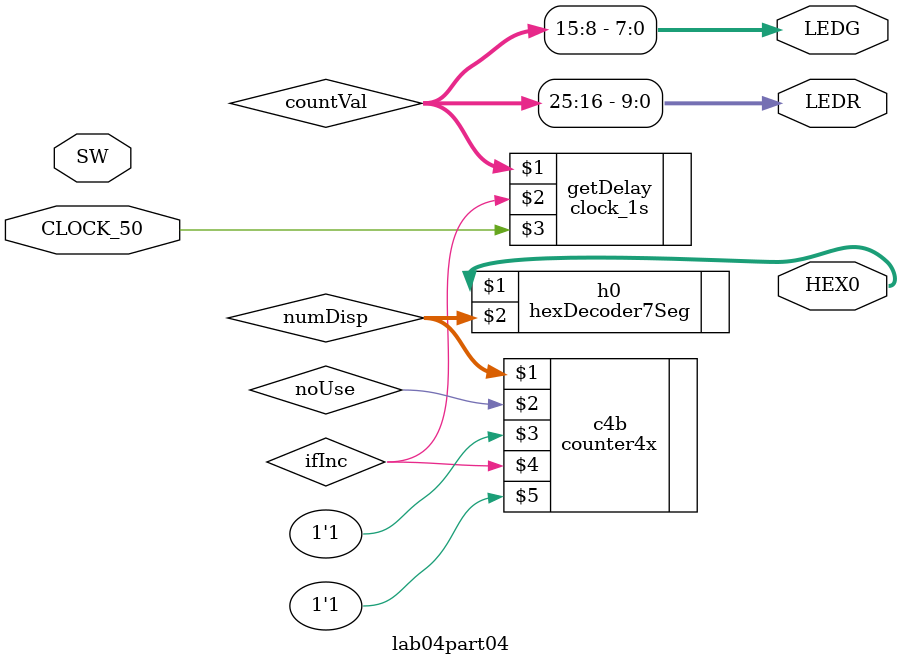
<source format=v>
module lab04part04(
	output [9:0]LEDR,
	output [7:0]LEDG,
    output [6:0]HEX0,
	input CLOCK_50,
	input [0:0]SW
);
	wire noUse;
	wire [3:0]numDisp;
	wire ifInc;
	wire [25:0]countVal;
	clock_1s getDelay(countVal[25:0], ifInc, CLOCK_50);
	counter4x c4b(numDisp, noUse, 1'b1, ifInc, 1'b1);
    hexDecoder7Seg h0(HEX0, numDisp);
	
	assign LEDR[9:0] = countVal[25:16];
	assign LEDG[7:0] = countVal[15:8];
endmodule

</source>
